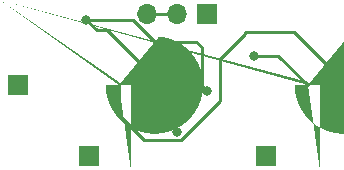
<source format=gbr>
%TF.GenerationSoftware,KiCad,Pcbnew,7.0.9*%
%TF.CreationDate,2024-03-13T02:42:54-05:00*%
%TF.ProjectId,MUX,4d55582e-6b69-4636-9164-5f7063625858,rev?*%
%TF.SameCoordinates,Original*%
%TF.FileFunction,Copper,L2,Bot*%
%TF.FilePolarity,Positive*%
%FSLAX46Y46*%
G04 Gerber Fmt 4.6, Leading zero omitted, Abs format (unit mm)*
G04 Created by KiCad (PCBNEW 7.0.9) date 2024-03-13 02:42:54*
%MOMM*%
%LPD*%
G01*
G04 APERTURE LIST*
G04 Aperture macros list*
%AMFreePoly0*
4,1,111,3.404321,4.105137,3.804748,4.045739,4.197424,3.947379,4.578569,3.811003,4.944512,3.637925,5.291727,3.429812,5.616872,3.188668,5.916815,2.916815,6.188668,2.616872,6.429812,2.291727,6.637925,1.944512,6.811003,1.578569,6.947379,1.197424,7.045739,0.804748,7.105137,0.404321,7.125000,0.000000,7.105137,-0.404321,7.045739,-0.804748,6.947379,-1.197424,6.811003,-1.578569,
6.637925,-1.944512,6.429812,-2.291727,6.188668,-2.616872,5.916815,-2.916815,5.616872,-3.188668,5.291727,-3.429812,4.944512,-3.637925,4.578569,-3.811003,4.197424,-3.947379,3.804748,-4.045739,3.404321,-4.105137,3.000000,-4.125000,2.595679,-4.105137,2.195252,-4.045739,1.802576,-3.947379,1.421431,-3.811003,1.055488,-3.637925,0.708273,-3.429812,0.383128,-3.188668,0.083185,-2.916815,
-0.188668,-2.616872,-0.429812,-2.291727,-0.637925,-1.944512,-0.811003,-1.578569,-0.947379,-1.197424,-1.045739,-0.804748,-1.105137,-0.404321,-1.125000,0.000000,0.994891,0.000000,1.015300,-0.285357,1.076112,-0.564904,1.176089,-0.832952,1.313195,-1.084044,1.484640,-1.313067,1.686933,-1.515360,1.915956,-1.686805,2.167048,-1.823911,2.435096,-1.923888,2.714643,-1.984700,3.000000,-2.005109,
3.285357,-1.984700,3.564904,-1.923888,3.832952,-1.823911,4.084044,-1.686805,4.313067,-1.515360,4.515360,-1.313067,4.686805,-1.084044,4.823911,-0.832952,4.923888,-0.564904,4.984700,-0.285357,5.005109,0.000000,4.984700,0.285357,4.923888,0.564904,4.823911,0.832952,4.686805,1.084044,4.515360,1.313067,4.313067,1.515360,4.084044,1.686805,3.832952,1.823911,3.564904,1.923888,
3.285357,1.984700,3.000000,2.005109,2.714643,1.984700,2.435096,1.923888,2.167048,1.823911,1.915956,1.686805,1.686933,1.515360,1.484640,1.313067,1.313195,1.084044,1.176089,0.832952,1.076112,0.564904,1.015300,0.285357,0.994891,0.000000,-1.125000,0.000000,-1.105137,0.404321,-1.045739,0.804748,-0.947379,1.197424,-0.811003,1.578569,-0.637925,1.944512,-0.429812,2.291727,
-0.188668,2.616872,0.083185,2.916815,0.383128,3.188668,0.708273,3.429812,1.055488,3.637925,1.421431,3.811003,1.802576,3.947379,2.195252,4.045739,2.595679,4.105137,3.000000,4.125000,3.404321,4.105137,3.404321,4.105137,$1*%
G04 Aperture macros list end*
%TA.AperFunction,ComponentPad*%
%ADD10R,1.700000X1.700000*%
%TD*%
%TA.AperFunction,ComponentPad*%
%ADD11O,1.700000X1.700000*%
%TD*%
%TA.AperFunction,SMDPad,CuDef*%
%ADD12FreePoly0,180.000000*%
%TD*%
%TA.AperFunction,ViaPad*%
%ADD13C,0.800000*%
%TD*%
%TA.AperFunction,Conductor*%
%ADD14C,0.250000*%
%TD*%
G04 APERTURE END LIST*
D10*
%TO.P,J1,1,Pin_1*%
%TO.N,Net-(J1-Pin_1)*%
X147500000Y-93500000D03*
%TD*%
%TO.P,J2,1,Pin_1*%
%TO.N,Net-(J2-Pin_1)*%
X162500000Y-93500000D03*
%TD*%
%TO.P,J3,1,Pin_1*%
%TO.N,Net-(J3-Pin_1)*%
X157500000Y-81500000D03*
D11*
%TO.P,J3,2,Pin_2*%
X154960000Y-81500000D03*
%TO.P,J3,3,Pin_3*%
X152420000Y-81500000D03*
%TD*%
D10*
%TO.P,J6,1,Pin_1*%
%TO.N,Net-(J6-Pin_1)*%
X141500000Y-87500000D03*
%TD*%
D12*
%TO.P,J4,1,PWR*%
%TO.N,Net-(J4-PWR)*%
X150000000Y-87500000D03*
%TD*%
%TO.P,J5,1,PWR*%
%TO.N,Net-(J5-PWR)*%
X166000000Y-87500000D03*
%TD*%
D13*
%TO.N,GND*%
X152400000Y-86500000D03*
X157480000Y-88000000D03*
X154940000Y-91440000D03*
X147274072Y-82000000D03*
%TO.N,Net-(J5-PWR)*%
X161500000Y-85000000D03*
%TO.N,Net-(J4-PWR)*%
X168000000Y-87935641D03*
%TD*%
D14*
%TO.N,GND*%
X153078299Y-83820000D02*
X151258299Y-82000000D01*
X156580000Y-83820000D02*
X153078299Y-83820000D01*
X157030000Y-87550000D02*
X157030000Y-84270000D01*
X157030000Y-84270000D02*
X156580000Y-83820000D01*
X157480000Y-88000000D02*
X157030000Y-87550000D01*
X151258299Y-82000000D02*
X147274072Y-82000000D01*
%TO.N,Net-(J4-PWR)*%
X158545025Y-85303147D02*
X160024086Y-83824086D01*
X158545025Y-87425025D02*
X158545025Y-85303147D01*
X155240305Y-92165000D02*
X152165000Y-92165000D01*
X152165000Y-92165000D02*
X150000000Y-90000000D01*
X158545025Y-87425025D02*
X158545025Y-88860280D01*
X158545025Y-88860280D02*
X155240305Y-92165000D01*
X150000000Y-90000000D02*
X150000000Y-87500000D01*
%TO.N,Net-(J3-Pin_1)*%
X152420000Y-81500000D02*
X154960000Y-81500000D01*
%TO.N,GND*%
X152400000Y-88900000D02*
X154940000Y-91440000D01*
X149032849Y-82881020D02*
X148155092Y-82881020D01*
X148155092Y-82881020D02*
X147274072Y-82000000D01*
X149032849Y-82881020D02*
X152400000Y-86248171D01*
X152400000Y-86248171D02*
X152400000Y-88900000D01*
%TO.N,Net-(J5-PWR)*%
X161500000Y-85000000D02*
X163500000Y-85000000D01*
X163500000Y-85000000D02*
X166000000Y-87500000D01*
%TO.N,Net-(J4-PWR)*%
X167640000Y-85839714D02*
X167640000Y-87575641D01*
X167640000Y-87575641D02*
X168000000Y-87935641D01*
X160024086Y-83824086D02*
X160803147Y-83045025D01*
X160024086Y-83824086D02*
X160698171Y-83150000D01*
X160803147Y-83045025D02*
X164845311Y-83045025D01*
X164845311Y-83045025D02*
X167640000Y-85839714D01*
%TD*%
M02*

</source>
